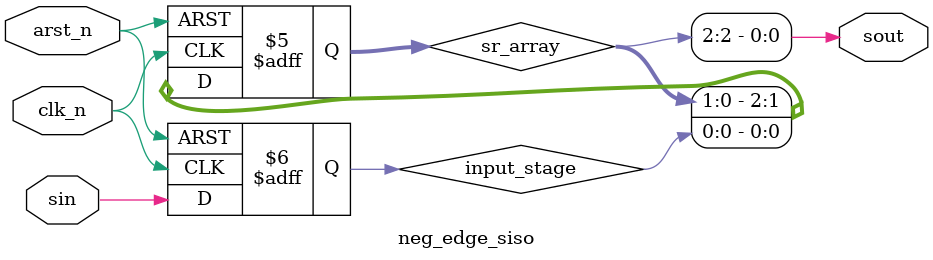
<source format=sv>
module neg_edge_siso #(parameter DEPTH = 4) (
    input wire clk_n, arst_n, sin,
    output wire sout
);
    // Forward retimed shift register implementation
    reg [DEPTH-2:0] sr_array;
    reg input_stage;
    
    // Input stage register moved forward through combinational logic
    always @(negedge clk_n or negedge arst_n) begin
        if (!arst_n)
            input_stage <= 1'b0;
        else
            input_stage <= sin;
    end
    
    // Main shift register with reduced depth
    always @(negedge clk_n or negedge arst_n) begin
        if (!arst_n)
            sr_array <= 0;
        else
            sr_array <= {sr_array[DEPTH-3:0], input_stage};
    end
    
    // Output is directly from the shift register
    assign sout = sr_array[DEPTH-2];
endmodule
</source>
